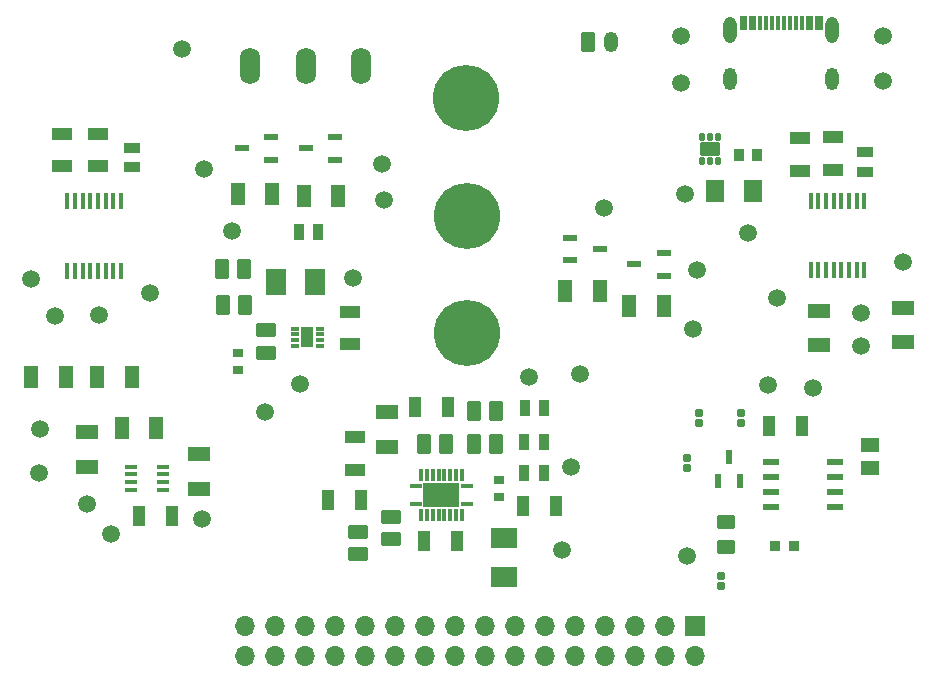
<source format=gbr>
%TF.GenerationSoftware,KiCad,Pcbnew,9.0.0*%
%TF.CreationDate,2025-04-05T15:30:28+02:00*%
%TF.ProjectId,EEE3088F_PCB_Project,45454533-3038-4384-965f-5043425f5072,rev?*%
%TF.SameCoordinates,Original*%
%TF.FileFunction,Soldermask,Top*%
%TF.FilePolarity,Negative*%
%FSLAX46Y46*%
G04 Gerber Fmt 4.6, Leading zero omitted, Abs format (unit mm)*
G04 Created by KiCad (PCBNEW 9.0.0) date 2025-04-05 15:30:28*
%MOMM*%
%LPD*%
G01*
G04 APERTURE LIST*
G04 Aperture macros list*
%AMRoundRect*
0 Rectangle with rounded corners*
0 $1 Rounding radius*
0 $2 $3 $4 $5 $6 $7 $8 $9 X,Y pos of 4 corners*
0 Add a 4 corners polygon primitive as box body*
4,1,4,$2,$3,$4,$5,$6,$7,$8,$9,$2,$3,0*
0 Add four circle primitives for the rounded corners*
1,1,$1+$1,$2,$3*
1,1,$1+$1,$4,$5*
1,1,$1+$1,$6,$7*
1,1,$1+$1,$8,$9*
0 Add four rect primitives between the rounded corners*
20,1,$1+$1,$2,$3,$4,$5,0*
20,1,$1+$1,$4,$5,$6,$7,0*
20,1,$1+$1,$6,$7,$8,$9,0*
20,1,$1+$1,$8,$9,$2,$3,0*%
G04 Aperture macros list end*
%ADD10C,0.000000*%
%ADD11C,1.500000*%
%ADD12R,1.820000X1.050000*%
%ADD13RoundRect,0.102000X0.710000X-0.500000X0.710000X0.500000X-0.710000X0.500000X-0.710000X-0.500000X0*%
%ADD14RoundRect,0.050800X0.270000X-0.282850X0.270000X0.282850X-0.270000X0.282850X-0.270000X-0.282850X0*%
%ADD15R,1.020000X1.780000*%
%ADD16R,0.990000X0.300000*%
%ADD17R,0.300000X0.990000*%
%ADD18R,3.150000X2.150000*%
%ADD19R,1.050000X1.820000*%
%ADD20RoundRect,0.102000X0.860000X-0.525000X0.860000X0.525000X-0.860000X0.525000X-0.860000X-0.525000X0*%
%ADD21R,0.450000X1.475000*%
%ADD22R,0.940000X1.430000*%
%ADD23R,1.390000X0.910000*%
%ADD24R,0.568000X1.309599*%
%ADD25RoundRect,0.102000X-0.860000X0.525000X-0.860000X-0.525000X0.860000X-0.525000X0.860000X0.525000X0*%
%ADD26C,5.600000*%
%ADD27O,1.701600X3.101600*%
%ADD28R,1.200000X0.600000*%
%ADD29R,1.454899X0.558000*%
%ADD30R,2.311400X1.742199*%
%ADD31RoundRect,0.050800X0.742500X0.864000X-0.742500X0.864000X-0.742500X-0.864000X0.742500X-0.864000X0*%
%ADD32RoundRect,0.102000X-0.710000X0.500000X-0.710000X-0.500000X0.710000X-0.500000X0.710000X0.500000X0*%
%ADD33RoundRect,0.102000X-0.525000X-0.860000X0.525000X-0.860000X0.525000X0.860000X-0.525000X0.860000X0*%
%ADD34RoundRect,0.250000X-0.350000X-0.625000X0.350000X-0.625000X0.350000X0.625000X-0.350000X0.625000X0*%
%ADD35O,1.200000X1.750000*%
%ADD36RoundRect,0.102000X0.525000X0.860000X-0.525000X0.860000X-0.525000X-0.860000X0.525000X-0.860000X0*%
%ADD37RoundRect,0.050800X-0.270000X0.282850X-0.270000X-0.282850X0.270000X-0.282850X0.270000X0.282850X0*%
%ADD38R,1.030000X1.750000*%
%ADD39RoundRect,0.050800X0.175000X0.250000X-0.175000X0.250000X-0.175000X-0.250000X0.175000X-0.250000X0*%
%ADD40RoundRect,0.050800X-0.800000X0.500000X-0.800000X-0.500000X0.800000X-0.500000X0.800000X0.500000X0*%
%ADD41RoundRect,0.050800X0.699750X-0.500000X0.699750X0.500000X-0.699750X0.500000X-0.699750X-0.500000X0*%
%ADD42RoundRect,0.050800X-0.688500X0.566250X-0.688500X-0.566250X0.688500X-0.566250X0.688500X0.566250X0*%
%ADD43R,0.940000X0.730000*%
%ADD44R,1.742199X2.311400*%
%ADD45RoundRect,0.102000X0.500000X0.710000X-0.500000X0.710000X-0.500000X-0.710000X0.500000X-0.710000X0*%
%ADD46RoundRect,0.102000X-0.500000X-0.710000X0.500000X-0.710000X0.500000X0.710000X-0.500000X0.710000X0*%
%ADD47RoundRect,0.050800X-0.400000X0.400000X-0.400000X-0.400000X0.400000X-0.400000X0.400000X0.400000X0*%
%ADD48R,0.700000X0.300000*%
%ADD49R,1.000000X1.700000*%
%ADD50R,0.127000X0.127000*%
%ADD51R,0.304800X1.143000*%
%ADD52O,1.117600X2.209800*%
%ADD53O,1.117600X1.905000*%
%ADD54R,1.075000X0.450000*%
%ADD55RoundRect,0.050800X0.403250X0.432000X-0.403250X0.432000X-0.403250X-0.432000X0.403250X-0.432000X0*%
%ADD56R,1.700000X1.700000*%
%ADD57O,1.700000X1.700000*%
G04 APERTURE END LIST*
D10*
%TO.C,J2*%
G36*
X166260907Y-55702200D02*
G01*
X165651307Y-55702200D01*
X165651307Y-54559200D01*
X166260907Y-54559200D01*
X166260907Y-55702200D01*
G37*
G36*
X167065833Y-55702200D02*
G01*
X166456233Y-55702200D01*
X166456233Y-54559200D01*
X167065833Y-54559200D01*
X167065833Y-55702200D01*
G37*
G36*
X171871767Y-55702200D02*
G01*
X171262167Y-55702200D01*
X171262167Y-54559200D01*
X171871767Y-54559200D01*
X171871767Y-55702200D01*
G37*
G36*
X172676693Y-55702200D02*
G01*
X172067093Y-55702200D01*
X172067093Y-54559200D01*
X172676693Y-54559200D01*
X172676693Y-55702200D01*
G37*
%TD*%
D11*
%TO.C,TP39*%
X115697000Y-77978000D03*
%TD*%
D12*
%TO.C,C11*%
X132650000Y-82350000D03*
X132650000Y-79570000D03*
%TD*%
D11*
%TO.C,TP21*%
X122682000Y-72771000D03*
%TD*%
%TO.C,TP4*%
X160655000Y-60198000D03*
%TD*%
D12*
%TO.C,C13*%
X170727000Y-67645000D03*
X170727000Y-64865000D03*
%TD*%
D11*
%TO.C,TP37*%
X111413000Y-79858000D03*
%TD*%
D13*
%TO.C,R21*%
X125550000Y-83035000D03*
X125550000Y-81165000D03*
%TD*%
D11*
%TO.C,TP31*%
X120142000Y-97155000D03*
%TD*%
%TO.C,TP25*%
X135509000Y-70104000D03*
%TD*%
D14*
%TO.C,R16*%
X162190000Y-88979400D03*
X162190000Y-88113800D03*
%TD*%
D11*
%TO.C,TP22*%
X151384000Y-92710000D03*
%TD*%
%TO.C,TP8*%
X118405000Y-57351000D03*
%TD*%
%TO.C,TP34*%
X168783000Y-78423000D03*
%TD*%
D15*
%TO.C,C19*%
X138960000Y-98960000D03*
X141720000Y-98960000D03*
%TD*%
D11*
%TO.C,TP23*%
X135382000Y-67056000D03*
%TD*%
D16*
%TO.C,IC7*%
X138205000Y-95815000D03*
D17*
X138655000Y-96765000D03*
X139155000Y-96765000D03*
X139655000Y-96765000D03*
X140155000Y-96765000D03*
X140655000Y-96765000D03*
X141155000Y-96765000D03*
X141655000Y-96765000D03*
X142155000Y-96765000D03*
D16*
X142605000Y-95815000D03*
X142605000Y-94315000D03*
D17*
X142155000Y-93365000D03*
X141655000Y-93365000D03*
X141155000Y-93365000D03*
X140655000Y-93365000D03*
X140155000Y-93365000D03*
X139655000Y-93365000D03*
X139155000Y-93365000D03*
X138655000Y-93365000D03*
D16*
X138205000Y-94315000D03*
D18*
X140405000Y-95065000D03*
%TD*%
D19*
%TO.C,C24*%
X170904652Y-89255600D03*
X168124652Y-89255600D03*
%TD*%
D11*
%TO.C,TP18*%
X125500000Y-88100000D03*
%TD*%
D20*
%TO.C,R7*%
X172339000Y-82423000D03*
X172339000Y-79503000D03*
%TD*%
D14*
%TO.C,R27*%
X165746000Y-88979400D03*
X165746000Y-88113800D03*
%TD*%
D20*
%TO.C,R9*%
X179451000Y-82169000D03*
X179451000Y-79249000D03*
%TD*%
D21*
%TO.C,IC1*%
X171652000Y-76043000D03*
X172302000Y-76043000D03*
X172952000Y-76043000D03*
X173602000Y-76043000D03*
X174252000Y-76043000D03*
X174902000Y-76043000D03*
X175552000Y-76043000D03*
X176202000Y-76043000D03*
X176202000Y-70167000D03*
X175552000Y-70167000D03*
X174902000Y-70167000D03*
X174252000Y-70167000D03*
X173602000Y-70167000D03*
X172952000Y-70167000D03*
X172302000Y-70167000D03*
X171652000Y-70167000D03*
%TD*%
D22*
%TO.C,C21*%
X147415000Y-90565000D03*
X149055000Y-90565000D03*
%TD*%
D15*
%TO.C,C18*%
X130827000Y-95504000D03*
X133587000Y-95504000D03*
%TD*%
D23*
%TO.C,C5*%
X176277000Y-67705000D03*
X176277000Y-66065000D03*
%TD*%
D24*
%TO.C,Q3*%
X163814651Y-93878700D03*
X165714653Y-93878700D03*
X164764652Y-91848300D03*
%TD*%
D11*
%TO.C,TP38*%
X107713000Y-79908000D03*
%TD*%
D22*
%TO.C,C22*%
X147415000Y-93215000D03*
X149055000Y-93215000D03*
%TD*%
D25*
%TO.C,R3*%
X119888000Y-91631000D03*
X119888000Y-94551000D03*
%TD*%
D19*
%TO.C,C20*%
X147315000Y-96015000D03*
X150095000Y-96015000D03*
%TD*%
D12*
%TO.C,C2*%
X133096000Y-90177000D03*
X133096000Y-92957000D03*
%TD*%
D11*
%TO.C,TP36*%
X175895000Y-82487000D03*
%TD*%
D26*
%TO.C,H2*%
X142575000Y-71450000D03*
%TD*%
D27*
%TO.C,SW1*%
X124205000Y-58801000D03*
X128905000Y-58801000D03*
X133605000Y-58801000D03*
%TD*%
D28*
%TO.C,Q6*%
X151296000Y-73294000D03*
X151296000Y-75194000D03*
X153796000Y-74244000D03*
%TD*%
D11*
%TO.C,TP28*%
X154138000Y-70796000D03*
%TD*%
%TO.C,TP5*%
X177800000Y-60071000D03*
%TD*%
D29*
%TO.C,U2*%
X168293304Y-92300600D03*
X168293304Y-93570600D03*
X168293304Y-94840600D03*
X168293304Y-96110600D03*
X173736000Y-96110600D03*
X173736000Y-94840600D03*
X173736000Y-93570600D03*
X173736000Y-92300600D03*
%TD*%
D30*
%TO.C,L4*%
X145674000Y-98711201D03*
X145674000Y-102002799D03*
%TD*%
D11*
%TO.C,TP20*%
X128400000Y-85700000D03*
%TD*%
D12*
%TO.C,C10*%
X111288000Y-67270000D03*
X111288000Y-64490000D03*
%TD*%
D11*
%TO.C,TP6*%
X177800000Y-56261000D03*
%TD*%
%TO.C,TP30*%
X106299000Y-93218000D03*
%TD*%
D31*
%TO.C,C23*%
X166751000Y-69342000D03*
X163565800Y-69342000D03*
%TD*%
D32*
%TO.C,R12*%
X136144000Y-96982000D03*
X136144000Y-98852000D03*
%TD*%
D21*
%TO.C,IC2*%
X108713000Y-76108000D03*
X109363000Y-76108000D03*
X110013000Y-76108000D03*
X110663000Y-76108000D03*
X111313000Y-76108000D03*
X111963000Y-76108000D03*
X112613000Y-76108000D03*
X113263000Y-76108000D03*
X113263000Y-70232000D03*
X112613000Y-70232000D03*
X111963000Y-70232000D03*
X111313000Y-70232000D03*
X110663000Y-70232000D03*
X110013000Y-70232000D03*
X109363000Y-70232000D03*
X108713000Y-70232000D03*
%TD*%
D33*
%TO.C,R6*%
X105653000Y-85140000D03*
X108573000Y-85140000D03*
%TD*%
D34*
%TO.C,J3*%
X152797000Y-56732000D03*
D35*
X154797000Y-56732000D03*
%TD*%
D36*
%TO.C,R4*%
X126060000Y-69650000D03*
X123140000Y-69650000D03*
%TD*%
D11*
%TO.C,TP12*%
X106426000Y-89535000D03*
%TD*%
%TO.C,TP32*%
X110363000Y-95885000D03*
%TD*%
D36*
%TO.C,R15*%
X159218000Y-79079000D03*
X156298000Y-79079000D03*
%TD*%
D12*
%TO.C,C9*%
X173577000Y-64815000D03*
X173577000Y-67595000D03*
%TD*%
D37*
%TO.C,R28*%
X161174000Y-91923800D03*
X161174000Y-92789400D03*
%TD*%
D38*
%TO.C,C16*%
X138183000Y-87630000D03*
X140963000Y-87630000D03*
%TD*%
D36*
%TO.C,R5*%
X153800000Y-77800000D03*
X150880000Y-77800000D03*
%TD*%
D32*
%TO.C,R25*%
X133350000Y-98252000D03*
X133350000Y-100122000D03*
%TD*%
D11*
%TO.C,TP29*%
X112395000Y-98425000D03*
%TD*%
%TO.C,TP26*%
X162076000Y-76031000D03*
%TD*%
D33*
%TO.C,R14*%
X128740000Y-69750000D03*
X131660000Y-69750000D03*
%TD*%
D11*
%TO.C,TP24*%
X161671000Y-81026000D03*
%TD*%
D28*
%TO.C,Q5*%
X126000000Y-66700000D03*
X126000000Y-64800000D03*
X123500000Y-65750000D03*
%TD*%
D11*
%TO.C,TP14*%
X161174000Y-100230600D03*
%TD*%
%TO.C,TP7*%
X160655000Y-56261000D03*
%TD*%
D12*
%TO.C,C14*%
X108238000Y-67270000D03*
X108238000Y-64490000D03*
%TD*%
D25*
%TO.C,R20*%
X110419000Y-89773000D03*
X110419000Y-92693000D03*
%TD*%
D11*
%TO.C,TP11*%
X168032000Y-85752600D03*
%TD*%
D39*
%TO.C,U1*%
X162476400Y-66785900D03*
X163126400Y-66785900D03*
X163776400Y-66785900D03*
X163776400Y-64785900D03*
X163126400Y-64785900D03*
X162476400Y-64785900D03*
D40*
X163126400Y-65785900D03*
%TD*%
D11*
%TO.C,TP16*%
X150591000Y-99715000D03*
%TD*%
D36*
%TO.C,R19*%
X116268000Y-89408000D03*
X113348000Y-89408000D03*
%TD*%
D11*
%TO.C,TP17*%
X152146000Y-84836000D03*
%TD*%
D41*
%TO.C,LED1*%
X164528652Y-99521500D03*
X164528652Y-97420900D03*
%TD*%
D11*
%TO.C,TP40*%
X105663000Y-76808000D03*
%TD*%
%TO.C,TP15*%
X132950000Y-76750000D03*
%TD*%
D26*
%TO.C,H3*%
X142475000Y-61450000D03*
%TD*%
D23*
%TO.C,C6*%
X114238000Y-67350000D03*
X114238000Y-65710000D03*
%TD*%
D28*
%TO.C,Q2*%
X159218000Y-76515000D03*
X159218000Y-74615000D03*
X156718000Y-75565000D03*
%TD*%
D42*
%TO.C,L2*%
X176668000Y-90882400D03*
X176668000Y-92814800D03*
%TD*%
D26*
%TO.C,H1*%
X142575000Y-81400000D03*
%TD*%
D43*
%TO.C,C15*%
X145255000Y-93855000D03*
X145255000Y-95275000D03*
%TD*%
D44*
%TO.C,L5*%
X126404201Y-77100000D03*
X129695799Y-77100000D03*
%TD*%
D45*
%TO.C,R18*%
X123663000Y-75946000D03*
X121793000Y-75946000D03*
%TD*%
D11*
%TO.C,TP3*%
X161036000Y-69596000D03*
%TD*%
D46*
%TO.C,R11*%
X143120000Y-87965000D03*
X144990000Y-87965000D03*
%TD*%
D47*
%TO.C,LED2*%
X170217500Y-99440900D03*
X168618500Y-99441100D03*
%TD*%
D11*
%TO.C,TP27*%
X120300000Y-67500000D03*
%TD*%
D33*
%TO.C,R8*%
X111253000Y-85090000D03*
X114173000Y-85090000D03*
%TD*%
D22*
%TO.C,C17*%
X147455000Y-87765000D03*
X149095000Y-87765000D03*
%TD*%
%TO.C,C3*%
X128330000Y-72800000D03*
X129970000Y-72800000D03*
%TD*%
D48*
%TO.C,IC3*%
X128000000Y-81000000D03*
X128000000Y-81500000D03*
X128000000Y-82000000D03*
X128000000Y-82500000D03*
X130100000Y-82500000D03*
X130100000Y-82000000D03*
X130100000Y-81500000D03*
X130100000Y-81000000D03*
D49*
X129050000Y-81750000D03*
%TD*%
D11*
%TO.C,TP10*%
X166370000Y-72898000D03*
%TD*%
%TO.C,TP33*%
X179451000Y-75375000D03*
%TD*%
D28*
%TO.C,Q1*%
X131400000Y-66700000D03*
X131400000Y-64800000D03*
X128900000Y-65750000D03*
%TD*%
D46*
%TO.C,R26*%
X138935000Y-90815000D03*
X140805000Y-90815000D03*
%TD*%
D11*
%TO.C,TP13*%
X171842000Y-86006600D03*
%TD*%
D25*
%TO.C,R10*%
X135763000Y-88075000D03*
X135763000Y-90995000D03*
%TD*%
D50*
%TO.C,J2*%
X165803707Y-55130700D03*
X166608633Y-55130700D03*
D51*
X167913685Y-55130700D03*
X168913937Y-55130700D03*
X169414063Y-55130700D03*
X167413559Y-55130700D03*
D50*
X171719367Y-55130700D03*
X172524293Y-55130700D03*
X172219493Y-55130700D03*
X171414567Y-55130700D03*
D51*
X170914441Y-55130700D03*
X169914189Y-55130700D03*
X168413811Y-55130700D03*
X170414315Y-55130700D03*
D50*
X166913433Y-55130700D03*
X166108507Y-55130700D03*
D52*
X164843998Y-55721700D03*
X173484002Y-55721700D03*
D53*
X164843968Y-59871700D03*
X173484032Y-59871700D03*
%TD*%
D45*
%TO.C,R13*%
X145025000Y-90765000D03*
X143155000Y-90765000D03*
%TD*%
D54*
%TO.C,IC5*%
X114120000Y-92685000D03*
X114120000Y-93335000D03*
X114120000Y-93985000D03*
X114120000Y-94635000D03*
X116796000Y-94635000D03*
X116796000Y-93985000D03*
X116796000Y-93335000D03*
X116796000Y-92685000D03*
%TD*%
D37*
%TO.C,R30*%
X164084000Y-101929200D03*
X164084000Y-102794800D03*
%TD*%
D55*
%TO.C,R29*%
X167113200Y-66294000D03*
X165606400Y-66294000D03*
%TD*%
D11*
%TO.C,TP19*%
X147828000Y-85090000D03*
%TD*%
D43*
%TO.C,C1*%
X123190000Y-83110000D03*
X123190000Y-84530000D03*
%TD*%
D45*
%TO.C,R17*%
X123744000Y-78994000D03*
X121874000Y-78994000D03*
%TD*%
D11*
%TO.C,TP35*%
X175895000Y-79693000D03*
%TD*%
D15*
%TO.C,C7*%
X117585000Y-96901000D03*
X114825000Y-96901000D03*
%TD*%
D56*
%TO.C,J1*%
X161875000Y-106160000D03*
D57*
X161875000Y-108700000D03*
X159335000Y-106160000D03*
X159335000Y-108700000D03*
X156795000Y-106160000D03*
X156795000Y-108700000D03*
X154255000Y-106160000D03*
X154255000Y-108700000D03*
X151715000Y-106160000D03*
X151715000Y-108700000D03*
X149175000Y-106160000D03*
X149175000Y-108700000D03*
X146635000Y-106160000D03*
X146635000Y-108700000D03*
X144095000Y-106160000D03*
X144095000Y-108700000D03*
X141555000Y-106160000D03*
X141555000Y-108700000D03*
X139015000Y-106160000D03*
X139015000Y-108700000D03*
X136475000Y-106160000D03*
X136475000Y-108700000D03*
X133935000Y-106160000D03*
X133935000Y-108700000D03*
X131395000Y-106160000D03*
X131395000Y-108700000D03*
X128855000Y-106160000D03*
X128855000Y-108700000D03*
X126315000Y-106160000D03*
X126315000Y-108700000D03*
X123775000Y-106160000D03*
X123775000Y-108700000D03*
%TD*%
M02*

</source>
